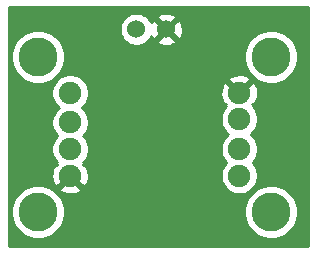
<source format=gbr>
G04 #@! TF.GenerationSoftware,KiCad,Pcbnew,5.1.2-f72e74a~84~ubuntu16.04.1*
G04 #@! TF.CreationDate,2019-07-15T19:55:09-04:00*
G04 #@! TF.ProjectId,usb-webcam-interface,7573622d-7765-4626-9361-6d2d696e7465,rev?*
G04 #@! TF.SameCoordinates,Original*
G04 #@! TF.FileFunction,Copper,L2,Bot*
G04 #@! TF.FilePolarity,Positive*
%FSLAX46Y46*%
G04 Gerber Fmt 4.6, Leading zero omitted, Abs format (unit mm)*
G04 Created by KiCad (PCBNEW 5.1.2-f72e74a~84~ubuntu16.04.1) date 2019-07-15 19:55:09*
%MOMM*%
%LPD*%
G04 APERTURE LIST*
%ADD10C,1.900000*%
%ADD11C,3.300000*%
%ADD12C,1.524000*%
%ADD13C,0.254000*%
G04 APERTURE END LIST*
D10*
X80760000Y-78430000D03*
X80760000Y-76200000D03*
X80760000Y-73930000D03*
X80760000Y-71430000D03*
D11*
X78050000Y-81500000D03*
X78050000Y-68360000D03*
D10*
X95080000Y-71430000D03*
X95080000Y-73660000D03*
X95080000Y-76200000D03*
X95080000Y-78430000D03*
D11*
X97790000Y-68360000D03*
X97790000Y-81500000D03*
D12*
X88900000Y-66060000D03*
X86360000Y-66040000D03*
D13*
G36*
X100940001Y-84430000D02*
G01*
X75590000Y-84430000D01*
X75590000Y-81274947D01*
X75765000Y-81274947D01*
X75765000Y-81725053D01*
X75852811Y-82166510D01*
X76025059Y-82582353D01*
X76275125Y-82956603D01*
X76593397Y-83274875D01*
X76967647Y-83524941D01*
X77383490Y-83697189D01*
X77824947Y-83785000D01*
X78275053Y-83785000D01*
X78716510Y-83697189D01*
X79132353Y-83524941D01*
X79506603Y-83274875D01*
X79824875Y-82956603D01*
X80074941Y-82582353D01*
X80247189Y-82166510D01*
X80335000Y-81725053D01*
X80335000Y-81274947D01*
X95505000Y-81274947D01*
X95505000Y-81725053D01*
X95592811Y-82166510D01*
X95765059Y-82582353D01*
X96015125Y-82956603D01*
X96333397Y-83274875D01*
X96707647Y-83524941D01*
X97123490Y-83697189D01*
X97564947Y-83785000D01*
X98015053Y-83785000D01*
X98456510Y-83697189D01*
X98872353Y-83524941D01*
X99246603Y-83274875D01*
X99564875Y-82956603D01*
X99814941Y-82582353D01*
X99987189Y-82166510D01*
X100075000Y-81725053D01*
X100075000Y-81274947D01*
X99987189Y-80833490D01*
X99814941Y-80417647D01*
X99564875Y-80043397D01*
X99246603Y-79725125D01*
X98872353Y-79475059D01*
X98456510Y-79302811D01*
X98015053Y-79215000D01*
X97564947Y-79215000D01*
X97123490Y-79302811D01*
X96707647Y-79475059D01*
X96333397Y-79725125D01*
X96015125Y-80043397D01*
X95765059Y-80417647D01*
X95592811Y-80833490D01*
X95505000Y-81274947D01*
X80335000Y-81274947D01*
X80247189Y-80833490D01*
X80074941Y-80417647D01*
X79824875Y-80043397D01*
X79506603Y-79725125D01*
X79214207Y-79529752D01*
X79839853Y-79529752D01*
X79929579Y-79789042D01*
X80210671Y-79924935D01*
X80512873Y-80003379D01*
X80824573Y-80021359D01*
X81133791Y-79978184D01*
X81428644Y-79875513D01*
X81590421Y-79789042D01*
X81680147Y-79529752D01*
X80760000Y-78609605D01*
X79839853Y-79529752D01*
X79214207Y-79529752D01*
X79132353Y-79475059D01*
X78716510Y-79302811D01*
X78275053Y-79215000D01*
X77824947Y-79215000D01*
X77383490Y-79302811D01*
X76967647Y-79475059D01*
X76593397Y-79725125D01*
X76275125Y-80043397D01*
X76025059Y-80417647D01*
X75852811Y-80833490D01*
X75765000Y-81274947D01*
X75590000Y-81274947D01*
X75590000Y-78494573D01*
X79168641Y-78494573D01*
X79211816Y-78803791D01*
X79314487Y-79098644D01*
X79400958Y-79260421D01*
X79660248Y-79350147D01*
X80580395Y-78430000D01*
X80566253Y-78415858D01*
X80745858Y-78236253D01*
X80760000Y-78250395D01*
X80774143Y-78236253D01*
X80953748Y-78415858D01*
X80939605Y-78430000D01*
X81859752Y-79350147D01*
X82119042Y-79260421D01*
X82254935Y-78979329D01*
X82333379Y-78677127D01*
X82351359Y-78365427D01*
X82308184Y-78056209D01*
X82205513Y-77761356D01*
X82119042Y-77599579D01*
X81859754Y-77509854D01*
X81975557Y-77394051D01*
X81891518Y-77310012D01*
X81991150Y-77210379D01*
X82164609Y-76950779D01*
X82284089Y-76662327D01*
X82345000Y-76356109D01*
X82345000Y-76043891D01*
X82284089Y-75737673D01*
X82164609Y-75449221D01*
X81991150Y-75189621D01*
X81866529Y-75065000D01*
X81991150Y-74940379D01*
X82164609Y-74680779D01*
X82284089Y-74392327D01*
X82345000Y-74086109D01*
X82345000Y-73773891D01*
X82284089Y-73467673D01*
X82164609Y-73179221D01*
X81991150Y-72919621D01*
X81770379Y-72698850D01*
X81742168Y-72680000D01*
X81770379Y-72661150D01*
X81991150Y-72440379D01*
X82164609Y-72180779D01*
X82284089Y-71892327D01*
X82345000Y-71586109D01*
X82345000Y-71494573D01*
X93488641Y-71494573D01*
X93531816Y-71803791D01*
X93634487Y-72098644D01*
X93720958Y-72260421D01*
X93980246Y-72350146D01*
X93864443Y-72465949D01*
X93948483Y-72549989D01*
X93848850Y-72649621D01*
X93675391Y-72909221D01*
X93555911Y-73197673D01*
X93495000Y-73503891D01*
X93495000Y-73816109D01*
X93555911Y-74122327D01*
X93675391Y-74410779D01*
X93848850Y-74670379D01*
X94069621Y-74891150D01*
X94127764Y-74930000D01*
X94069621Y-74968850D01*
X93848850Y-75189621D01*
X93675391Y-75449221D01*
X93555911Y-75737673D01*
X93495000Y-76043891D01*
X93495000Y-76356109D01*
X93555911Y-76662327D01*
X93675391Y-76950779D01*
X93848850Y-77210379D01*
X93953471Y-77315000D01*
X93848850Y-77419621D01*
X93675391Y-77679221D01*
X93555911Y-77967673D01*
X93495000Y-78273891D01*
X93495000Y-78586109D01*
X93555911Y-78892327D01*
X93675391Y-79180779D01*
X93848850Y-79440379D01*
X94069621Y-79661150D01*
X94329221Y-79834609D01*
X94617673Y-79954089D01*
X94923891Y-80015000D01*
X95236109Y-80015000D01*
X95542327Y-79954089D01*
X95830779Y-79834609D01*
X96090379Y-79661150D01*
X96311150Y-79440379D01*
X96484609Y-79180779D01*
X96604089Y-78892327D01*
X96665000Y-78586109D01*
X96665000Y-78273891D01*
X96604089Y-77967673D01*
X96484609Y-77679221D01*
X96311150Y-77419621D01*
X96206529Y-77315000D01*
X96311150Y-77210379D01*
X96484609Y-76950779D01*
X96604089Y-76662327D01*
X96665000Y-76356109D01*
X96665000Y-76043891D01*
X96604089Y-75737673D01*
X96484609Y-75449221D01*
X96311150Y-75189621D01*
X96090379Y-74968850D01*
X96032236Y-74930000D01*
X96090379Y-74891150D01*
X96311150Y-74670379D01*
X96484609Y-74410779D01*
X96604089Y-74122327D01*
X96665000Y-73816109D01*
X96665000Y-73503891D01*
X96604089Y-73197673D01*
X96484609Y-72909221D01*
X96311150Y-72649621D01*
X96211518Y-72549989D01*
X96295557Y-72465949D01*
X96179754Y-72350146D01*
X96439042Y-72260421D01*
X96574935Y-71979329D01*
X96653379Y-71677127D01*
X96671359Y-71365427D01*
X96628184Y-71056209D01*
X96525513Y-70761356D01*
X96439042Y-70599579D01*
X96179752Y-70509853D01*
X95259605Y-71430000D01*
X95273748Y-71444143D01*
X95094143Y-71623748D01*
X95080000Y-71609605D01*
X95065858Y-71623748D01*
X94886253Y-71444143D01*
X94900395Y-71430000D01*
X93980248Y-70509853D01*
X93720958Y-70599579D01*
X93585065Y-70880671D01*
X93506621Y-71182873D01*
X93488641Y-71494573D01*
X82345000Y-71494573D01*
X82345000Y-71273891D01*
X82284089Y-70967673D01*
X82164609Y-70679221D01*
X81991150Y-70419621D01*
X81901777Y-70330248D01*
X94159853Y-70330248D01*
X95080000Y-71250395D01*
X96000147Y-70330248D01*
X95910421Y-70070958D01*
X95629329Y-69935065D01*
X95327127Y-69856621D01*
X95015427Y-69838641D01*
X94706209Y-69881816D01*
X94411356Y-69984487D01*
X94249579Y-70070958D01*
X94159853Y-70330248D01*
X81901777Y-70330248D01*
X81770379Y-70198850D01*
X81510779Y-70025391D01*
X81222327Y-69905911D01*
X80916109Y-69845000D01*
X80603891Y-69845000D01*
X80297673Y-69905911D01*
X80009221Y-70025391D01*
X79749621Y-70198850D01*
X79528850Y-70419621D01*
X79355391Y-70679221D01*
X79235911Y-70967673D01*
X79175000Y-71273891D01*
X79175000Y-71586109D01*
X79235911Y-71892327D01*
X79355391Y-72180779D01*
X79528850Y-72440379D01*
X79749621Y-72661150D01*
X79777832Y-72680000D01*
X79749621Y-72698850D01*
X79528850Y-72919621D01*
X79355391Y-73179221D01*
X79235911Y-73467673D01*
X79175000Y-73773891D01*
X79175000Y-74086109D01*
X79235911Y-74392327D01*
X79355391Y-74680779D01*
X79528850Y-74940379D01*
X79653471Y-75065000D01*
X79528850Y-75189621D01*
X79355391Y-75449221D01*
X79235911Y-75737673D01*
X79175000Y-76043891D01*
X79175000Y-76356109D01*
X79235911Y-76662327D01*
X79355391Y-76950779D01*
X79528850Y-77210379D01*
X79628483Y-77310012D01*
X79544443Y-77394051D01*
X79660246Y-77509854D01*
X79400958Y-77599579D01*
X79265065Y-77880671D01*
X79186621Y-78182873D01*
X79168641Y-78494573D01*
X75590000Y-78494573D01*
X75590000Y-68134947D01*
X75765000Y-68134947D01*
X75765000Y-68585053D01*
X75852811Y-69026510D01*
X76025059Y-69442353D01*
X76275125Y-69816603D01*
X76593397Y-70134875D01*
X76967647Y-70384941D01*
X77383490Y-70557189D01*
X77824947Y-70645000D01*
X78275053Y-70645000D01*
X78716510Y-70557189D01*
X79132353Y-70384941D01*
X79506603Y-70134875D01*
X79824875Y-69816603D01*
X80074941Y-69442353D01*
X80247189Y-69026510D01*
X80335000Y-68585053D01*
X80335000Y-68134947D01*
X95505000Y-68134947D01*
X95505000Y-68585053D01*
X95592811Y-69026510D01*
X95765059Y-69442353D01*
X96015125Y-69816603D01*
X96333397Y-70134875D01*
X96707647Y-70384941D01*
X97123490Y-70557189D01*
X97564947Y-70645000D01*
X98015053Y-70645000D01*
X98456510Y-70557189D01*
X98872353Y-70384941D01*
X99246603Y-70134875D01*
X99564875Y-69816603D01*
X99814941Y-69442353D01*
X99987189Y-69026510D01*
X100075000Y-68585053D01*
X100075000Y-68134947D01*
X99987189Y-67693490D01*
X99814941Y-67277647D01*
X99564875Y-66903397D01*
X99246603Y-66585125D01*
X98872353Y-66335059D01*
X98456510Y-66162811D01*
X98015053Y-66075000D01*
X97564947Y-66075000D01*
X97123490Y-66162811D01*
X96707647Y-66335059D01*
X96333397Y-66585125D01*
X96015125Y-66903397D01*
X95765059Y-67277647D01*
X95592811Y-67693490D01*
X95505000Y-68134947D01*
X80335000Y-68134947D01*
X80247189Y-67693490D01*
X80074941Y-67277647D01*
X79824875Y-66903397D01*
X79506603Y-66585125D01*
X79132353Y-66335059D01*
X78716510Y-66162811D01*
X78275053Y-66075000D01*
X77824947Y-66075000D01*
X77383490Y-66162811D01*
X76967647Y-66335059D01*
X76593397Y-66585125D01*
X76275125Y-66903397D01*
X76025059Y-67277647D01*
X75852811Y-67693490D01*
X75765000Y-68134947D01*
X75590000Y-68134947D01*
X75590000Y-65902408D01*
X84963000Y-65902408D01*
X84963000Y-66177592D01*
X85016686Y-66447490D01*
X85121995Y-66701727D01*
X85274880Y-66930535D01*
X85469465Y-67125120D01*
X85698273Y-67278005D01*
X85952510Y-67383314D01*
X86222408Y-67437000D01*
X86497592Y-67437000D01*
X86767490Y-67383314D01*
X87021727Y-67278005D01*
X87250535Y-67125120D01*
X87350090Y-67025565D01*
X88114040Y-67025565D01*
X88181020Y-67265656D01*
X88430048Y-67382756D01*
X88697135Y-67449023D01*
X88972017Y-67461910D01*
X89244133Y-67420922D01*
X89503023Y-67327636D01*
X89618980Y-67265656D01*
X89685960Y-67025565D01*
X88900000Y-66239605D01*
X88114040Y-67025565D01*
X87350090Y-67025565D01*
X87445120Y-66930535D01*
X87598005Y-66701727D01*
X87623838Y-66639361D01*
X87632364Y-66663023D01*
X87694344Y-66778980D01*
X87934435Y-66845960D01*
X88720395Y-66060000D01*
X89079605Y-66060000D01*
X89865565Y-66845960D01*
X90105656Y-66778980D01*
X90222756Y-66529952D01*
X90289023Y-66262865D01*
X90301910Y-65987983D01*
X90260922Y-65715867D01*
X90167636Y-65456977D01*
X90105656Y-65341020D01*
X89865565Y-65274040D01*
X89079605Y-66060000D01*
X88720395Y-66060000D01*
X87934435Y-65274040D01*
X87694344Y-65341020D01*
X87634920Y-65467393D01*
X87598005Y-65378273D01*
X87445120Y-65149465D01*
X87390090Y-65094435D01*
X88114040Y-65094435D01*
X88900000Y-65880395D01*
X89685960Y-65094435D01*
X89618980Y-64854344D01*
X89369952Y-64737244D01*
X89102865Y-64670977D01*
X88827983Y-64658090D01*
X88555867Y-64699078D01*
X88296977Y-64792364D01*
X88181020Y-64854344D01*
X88114040Y-65094435D01*
X87390090Y-65094435D01*
X87250535Y-64954880D01*
X87021727Y-64801995D01*
X86767490Y-64696686D01*
X86497592Y-64643000D01*
X86222408Y-64643000D01*
X85952510Y-64696686D01*
X85698273Y-64801995D01*
X85469465Y-64954880D01*
X85274880Y-65149465D01*
X85121995Y-65378273D01*
X85016686Y-65632510D01*
X84963000Y-65902408D01*
X75590000Y-65902408D01*
X75590000Y-64160000D01*
X100940000Y-64160000D01*
X100940001Y-84430000D01*
X100940001Y-84430000D01*
G37*
X100940001Y-84430000D02*
X75590000Y-84430000D01*
X75590000Y-81274947D01*
X75765000Y-81274947D01*
X75765000Y-81725053D01*
X75852811Y-82166510D01*
X76025059Y-82582353D01*
X76275125Y-82956603D01*
X76593397Y-83274875D01*
X76967647Y-83524941D01*
X77383490Y-83697189D01*
X77824947Y-83785000D01*
X78275053Y-83785000D01*
X78716510Y-83697189D01*
X79132353Y-83524941D01*
X79506603Y-83274875D01*
X79824875Y-82956603D01*
X80074941Y-82582353D01*
X80247189Y-82166510D01*
X80335000Y-81725053D01*
X80335000Y-81274947D01*
X95505000Y-81274947D01*
X95505000Y-81725053D01*
X95592811Y-82166510D01*
X95765059Y-82582353D01*
X96015125Y-82956603D01*
X96333397Y-83274875D01*
X96707647Y-83524941D01*
X97123490Y-83697189D01*
X97564947Y-83785000D01*
X98015053Y-83785000D01*
X98456510Y-83697189D01*
X98872353Y-83524941D01*
X99246603Y-83274875D01*
X99564875Y-82956603D01*
X99814941Y-82582353D01*
X99987189Y-82166510D01*
X100075000Y-81725053D01*
X100075000Y-81274947D01*
X99987189Y-80833490D01*
X99814941Y-80417647D01*
X99564875Y-80043397D01*
X99246603Y-79725125D01*
X98872353Y-79475059D01*
X98456510Y-79302811D01*
X98015053Y-79215000D01*
X97564947Y-79215000D01*
X97123490Y-79302811D01*
X96707647Y-79475059D01*
X96333397Y-79725125D01*
X96015125Y-80043397D01*
X95765059Y-80417647D01*
X95592811Y-80833490D01*
X95505000Y-81274947D01*
X80335000Y-81274947D01*
X80247189Y-80833490D01*
X80074941Y-80417647D01*
X79824875Y-80043397D01*
X79506603Y-79725125D01*
X79214207Y-79529752D01*
X79839853Y-79529752D01*
X79929579Y-79789042D01*
X80210671Y-79924935D01*
X80512873Y-80003379D01*
X80824573Y-80021359D01*
X81133791Y-79978184D01*
X81428644Y-79875513D01*
X81590421Y-79789042D01*
X81680147Y-79529752D01*
X80760000Y-78609605D01*
X79839853Y-79529752D01*
X79214207Y-79529752D01*
X79132353Y-79475059D01*
X78716510Y-79302811D01*
X78275053Y-79215000D01*
X77824947Y-79215000D01*
X77383490Y-79302811D01*
X76967647Y-79475059D01*
X76593397Y-79725125D01*
X76275125Y-80043397D01*
X76025059Y-80417647D01*
X75852811Y-80833490D01*
X75765000Y-81274947D01*
X75590000Y-81274947D01*
X75590000Y-78494573D01*
X79168641Y-78494573D01*
X79211816Y-78803791D01*
X79314487Y-79098644D01*
X79400958Y-79260421D01*
X79660248Y-79350147D01*
X80580395Y-78430000D01*
X80566253Y-78415858D01*
X80745858Y-78236253D01*
X80760000Y-78250395D01*
X80774143Y-78236253D01*
X80953748Y-78415858D01*
X80939605Y-78430000D01*
X81859752Y-79350147D01*
X82119042Y-79260421D01*
X82254935Y-78979329D01*
X82333379Y-78677127D01*
X82351359Y-78365427D01*
X82308184Y-78056209D01*
X82205513Y-77761356D01*
X82119042Y-77599579D01*
X81859754Y-77509854D01*
X81975557Y-77394051D01*
X81891518Y-77310012D01*
X81991150Y-77210379D01*
X82164609Y-76950779D01*
X82284089Y-76662327D01*
X82345000Y-76356109D01*
X82345000Y-76043891D01*
X82284089Y-75737673D01*
X82164609Y-75449221D01*
X81991150Y-75189621D01*
X81866529Y-75065000D01*
X81991150Y-74940379D01*
X82164609Y-74680779D01*
X82284089Y-74392327D01*
X82345000Y-74086109D01*
X82345000Y-73773891D01*
X82284089Y-73467673D01*
X82164609Y-73179221D01*
X81991150Y-72919621D01*
X81770379Y-72698850D01*
X81742168Y-72680000D01*
X81770379Y-72661150D01*
X81991150Y-72440379D01*
X82164609Y-72180779D01*
X82284089Y-71892327D01*
X82345000Y-71586109D01*
X82345000Y-71494573D01*
X93488641Y-71494573D01*
X93531816Y-71803791D01*
X93634487Y-72098644D01*
X93720958Y-72260421D01*
X93980246Y-72350146D01*
X93864443Y-72465949D01*
X93948483Y-72549989D01*
X93848850Y-72649621D01*
X93675391Y-72909221D01*
X93555911Y-73197673D01*
X93495000Y-73503891D01*
X93495000Y-73816109D01*
X93555911Y-74122327D01*
X93675391Y-74410779D01*
X93848850Y-74670379D01*
X94069621Y-74891150D01*
X94127764Y-74930000D01*
X94069621Y-74968850D01*
X93848850Y-75189621D01*
X93675391Y-75449221D01*
X93555911Y-75737673D01*
X93495000Y-76043891D01*
X93495000Y-76356109D01*
X93555911Y-76662327D01*
X93675391Y-76950779D01*
X93848850Y-77210379D01*
X93953471Y-77315000D01*
X93848850Y-77419621D01*
X93675391Y-77679221D01*
X93555911Y-77967673D01*
X93495000Y-78273891D01*
X93495000Y-78586109D01*
X93555911Y-78892327D01*
X93675391Y-79180779D01*
X93848850Y-79440379D01*
X94069621Y-79661150D01*
X94329221Y-79834609D01*
X94617673Y-79954089D01*
X94923891Y-80015000D01*
X95236109Y-80015000D01*
X95542327Y-79954089D01*
X95830779Y-79834609D01*
X96090379Y-79661150D01*
X96311150Y-79440379D01*
X96484609Y-79180779D01*
X96604089Y-78892327D01*
X96665000Y-78586109D01*
X96665000Y-78273891D01*
X96604089Y-77967673D01*
X96484609Y-77679221D01*
X96311150Y-77419621D01*
X96206529Y-77315000D01*
X96311150Y-77210379D01*
X96484609Y-76950779D01*
X96604089Y-76662327D01*
X96665000Y-76356109D01*
X96665000Y-76043891D01*
X96604089Y-75737673D01*
X96484609Y-75449221D01*
X96311150Y-75189621D01*
X96090379Y-74968850D01*
X96032236Y-74930000D01*
X96090379Y-74891150D01*
X96311150Y-74670379D01*
X96484609Y-74410779D01*
X96604089Y-74122327D01*
X96665000Y-73816109D01*
X96665000Y-73503891D01*
X96604089Y-73197673D01*
X96484609Y-72909221D01*
X96311150Y-72649621D01*
X96211518Y-72549989D01*
X96295557Y-72465949D01*
X96179754Y-72350146D01*
X96439042Y-72260421D01*
X96574935Y-71979329D01*
X96653379Y-71677127D01*
X96671359Y-71365427D01*
X96628184Y-71056209D01*
X96525513Y-70761356D01*
X96439042Y-70599579D01*
X96179752Y-70509853D01*
X95259605Y-71430000D01*
X95273748Y-71444143D01*
X95094143Y-71623748D01*
X95080000Y-71609605D01*
X95065858Y-71623748D01*
X94886253Y-71444143D01*
X94900395Y-71430000D01*
X93980248Y-70509853D01*
X93720958Y-70599579D01*
X93585065Y-70880671D01*
X93506621Y-71182873D01*
X93488641Y-71494573D01*
X82345000Y-71494573D01*
X82345000Y-71273891D01*
X82284089Y-70967673D01*
X82164609Y-70679221D01*
X81991150Y-70419621D01*
X81901777Y-70330248D01*
X94159853Y-70330248D01*
X95080000Y-71250395D01*
X96000147Y-70330248D01*
X95910421Y-70070958D01*
X95629329Y-69935065D01*
X95327127Y-69856621D01*
X95015427Y-69838641D01*
X94706209Y-69881816D01*
X94411356Y-69984487D01*
X94249579Y-70070958D01*
X94159853Y-70330248D01*
X81901777Y-70330248D01*
X81770379Y-70198850D01*
X81510779Y-70025391D01*
X81222327Y-69905911D01*
X80916109Y-69845000D01*
X80603891Y-69845000D01*
X80297673Y-69905911D01*
X80009221Y-70025391D01*
X79749621Y-70198850D01*
X79528850Y-70419621D01*
X79355391Y-70679221D01*
X79235911Y-70967673D01*
X79175000Y-71273891D01*
X79175000Y-71586109D01*
X79235911Y-71892327D01*
X79355391Y-72180779D01*
X79528850Y-72440379D01*
X79749621Y-72661150D01*
X79777832Y-72680000D01*
X79749621Y-72698850D01*
X79528850Y-72919621D01*
X79355391Y-73179221D01*
X79235911Y-73467673D01*
X79175000Y-73773891D01*
X79175000Y-74086109D01*
X79235911Y-74392327D01*
X79355391Y-74680779D01*
X79528850Y-74940379D01*
X79653471Y-75065000D01*
X79528850Y-75189621D01*
X79355391Y-75449221D01*
X79235911Y-75737673D01*
X79175000Y-76043891D01*
X79175000Y-76356109D01*
X79235911Y-76662327D01*
X79355391Y-76950779D01*
X79528850Y-77210379D01*
X79628483Y-77310012D01*
X79544443Y-77394051D01*
X79660246Y-77509854D01*
X79400958Y-77599579D01*
X79265065Y-77880671D01*
X79186621Y-78182873D01*
X79168641Y-78494573D01*
X75590000Y-78494573D01*
X75590000Y-68134947D01*
X75765000Y-68134947D01*
X75765000Y-68585053D01*
X75852811Y-69026510D01*
X76025059Y-69442353D01*
X76275125Y-69816603D01*
X76593397Y-70134875D01*
X76967647Y-70384941D01*
X77383490Y-70557189D01*
X77824947Y-70645000D01*
X78275053Y-70645000D01*
X78716510Y-70557189D01*
X79132353Y-70384941D01*
X79506603Y-70134875D01*
X79824875Y-69816603D01*
X80074941Y-69442353D01*
X80247189Y-69026510D01*
X80335000Y-68585053D01*
X80335000Y-68134947D01*
X95505000Y-68134947D01*
X95505000Y-68585053D01*
X95592811Y-69026510D01*
X95765059Y-69442353D01*
X96015125Y-69816603D01*
X96333397Y-70134875D01*
X96707647Y-70384941D01*
X97123490Y-70557189D01*
X97564947Y-70645000D01*
X98015053Y-70645000D01*
X98456510Y-70557189D01*
X98872353Y-70384941D01*
X99246603Y-70134875D01*
X99564875Y-69816603D01*
X99814941Y-69442353D01*
X99987189Y-69026510D01*
X100075000Y-68585053D01*
X100075000Y-68134947D01*
X99987189Y-67693490D01*
X99814941Y-67277647D01*
X99564875Y-66903397D01*
X99246603Y-66585125D01*
X98872353Y-66335059D01*
X98456510Y-66162811D01*
X98015053Y-66075000D01*
X97564947Y-66075000D01*
X97123490Y-66162811D01*
X96707647Y-66335059D01*
X96333397Y-66585125D01*
X96015125Y-66903397D01*
X95765059Y-67277647D01*
X95592811Y-67693490D01*
X95505000Y-68134947D01*
X80335000Y-68134947D01*
X80247189Y-67693490D01*
X80074941Y-67277647D01*
X79824875Y-66903397D01*
X79506603Y-66585125D01*
X79132353Y-66335059D01*
X78716510Y-66162811D01*
X78275053Y-66075000D01*
X77824947Y-66075000D01*
X77383490Y-66162811D01*
X76967647Y-66335059D01*
X76593397Y-66585125D01*
X76275125Y-66903397D01*
X76025059Y-67277647D01*
X75852811Y-67693490D01*
X75765000Y-68134947D01*
X75590000Y-68134947D01*
X75590000Y-65902408D01*
X84963000Y-65902408D01*
X84963000Y-66177592D01*
X85016686Y-66447490D01*
X85121995Y-66701727D01*
X85274880Y-66930535D01*
X85469465Y-67125120D01*
X85698273Y-67278005D01*
X85952510Y-67383314D01*
X86222408Y-67437000D01*
X86497592Y-67437000D01*
X86767490Y-67383314D01*
X87021727Y-67278005D01*
X87250535Y-67125120D01*
X87350090Y-67025565D01*
X88114040Y-67025565D01*
X88181020Y-67265656D01*
X88430048Y-67382756D01*
X88697135Y-67449023D01*
X88972017Y-67461910D01*
X89244133Y-67420922D01*
X89503023Y-67327636D01*
X89618980Y-67265656D01*
X89685960Y-67025565D01*
X88900000Y-66239605D01*
X88114040Y-67025565D01*
X87350090Y-67025565D01*
X87445120Y-66930535D01*
X87598005Y-66701727D01*
X87623838Y-66639361D01*
X87632364Y-66663023D01*
X87694344Y-66778980D01*
X87934435Y-66845960D01*
X88720395Y-66060000D01*
X89079605Y-66060000D01*
X89865565Y-66845960D01*
X90105656Y-66778980D01*
X90222756Y-66529952D01*
X90289023Y-66262865D01*
X90301910Y-65987983D01*
X90260922Y-65715867D01*
X90167636Y-65456977D01*
X90105656Y-65341020D01*
X89865565Y-65274040D01*
X89079605Y-66060000D01*
X88720395Y-66060000D01*
X87934435Y-65274040D01*
X87694344Y-65341020D01*
X87634920Y-65467393D01*
X87598005Y-65378273D01*
X87445120Y-65149465D01*
X87390090Y-65094435D01*
X88114040Y-65094435D01*
X88900000Y-65880395D01*
X89685960Y-65094435D01*
X89618980Y-64854344D01*
X89369952Y-64737244D01*
X89102865Y-64670977D01*
X88827983Y-64658090D01*
X88555867Y-64699078D01*
X88296977Y-64792364D01*
X88181020Y-64854344D01*
X88114040Y-65094435D01*
X87390090Y-65094435D01*
X87250535Y-64954880D01*
X87021727Y-64801995D01*
X86767490Y-64696686D01*
X86497592Y-64643000D01*
X86222408Y-64643000D01*
X85952510Y-64696686D01*
X85698273Y-64801995D01*
X85469465Y-64954880D01*
X85274880Y-65149465D01*
X85121995Y-65378273D01*
X85016686Y-65632510D01*
X84963000Y-65902408D01*
X75590000Y-65902408D01*
X75590000Y-64160000D01*
X100940000Y-64160000D01*
X100940001Y-84430000D01*
M02*

</source>
